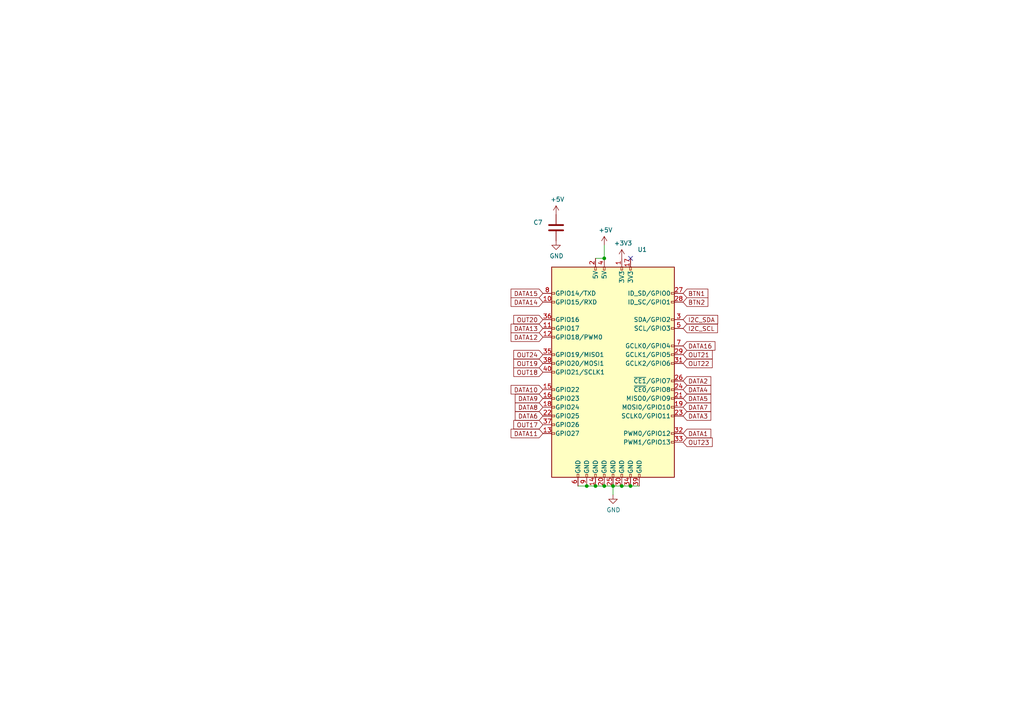
<source format=kicad_sch>
(kicad_sch (version 20211123) (generator eeschema)
  (paper "A4")
  (title_block (title "Pi_Zero_W_16") (date "2022-08-20") (rev "v1") (company "Scott Hanson"))
  (lib_symbols
    (symbol "Connector:Raspberry_Pi_2_3" (pin_names (offset 1.016))
      (property "Reference" "J" (at -17.78 31.75 0))
      (property "Value" "Raspberry_Pi_2_3" (at 10.16 -31.75 0))
      (symbol "Raspberry_Pi_2_3_0_1"
        (rectangle (start -17.78 30.48) (end 17.78 -30.48) (stroke (width 0.254)) (fill (type background)))
      )
      (symbol "Raspberry_Pi_2_3_1_1"
        (rectangle (start -16.891 -17.526) (end -17.78 -18.034))
        (rectangle (start -16.891 -14.986) (end -17.78 -15.494))
        (rectangle (start -16.891 -12.446) (end -17.78 -12.954))
        (rectangle (start -16.891 -9.906) (end -17.78 -10.414))
        (rectangle (start -16.891 -7.366) (end -17.78 -7.874))
        (rectangle (start -16.891 -4.826) (end -17.78 -5.334))
        (rectangle (start -16.891 0.254) (end -17.78 -0.254))
        (rectangle (start -16.891 2.794) (end -17.78 2.286))
        (rectangle (start -16.891 5.334) (end -17.78 4.826))
        (rectangle (start -16.891 10.414) (end -17.78 9.906))
        (rectangle (start -16.891 12.954) (end -17.78 12.446))
        (rectangle (start -16.891 15.494) (end -17.78 14.986))
        (rectangle (start -16.891 20.574) (end -17.78 20.066))
        (rectangle (start -16.891 23.114) (end -17.78 22.606))
        (rectangle (start -10.414 -29.591) (end -9.906 -30.48))
        (rectangle (start -7.874 -29.591) (end -7.366 -30.48))
        (rectangle (start -5.334 -29.591) (end -4.826 -30.48))
        (rectangle (start -5.334 30.48) (end -4.826 29.591))
        (rectangle (start -2.794 -29.591) (end -2.286 -30.48))
        (rectangle (start -2.794 30.48) (end -2.286 29.591))
        (rectangle (start -0.254 -29.591) (end 0.254 -30.48))
        (rectangle (start 2.286 -29.591) (end 2.794 -30.48))
        (rectangle (start 2.286 30.48) (end 2.794 29.591))
        (rectangle (start 4.826 -29.591) (end 5.334 -30.48))
        (rectangle (start 4.826 30.48) (end 5.334 29.591))
        (rectangle (start 7.366 -29.591) (end 7.874 -30.48))
        (rectangle (start 17.78 -20.066) (end 16.891 -20.574))
        (rectangle (start 17.78 -17.526) (end 16.891 -18.034))
        (rectangle (start 17.78 -12.446) (end 16.891 -12.954))
        (rectangle (start 17.78 -9.906) (end 16.891 -10.414))
        (rectangle (start 17.78 -7.366) (end 16.891 -7.874))
        (rectangle (start 17.78 -4.826) (end 16.891 -5.334))
        (rectangle (start 17.78 -2.286) (end 16.891 -2.794))
        (rectangle (start 17.78 2.794) (end 16.891 2.286))
        (rectangle (start 17.78 5.334) (end 16.891 4.826))
        (rectangle (start 17.78 7.874) (end 16.891 7.366))
        (rectangle (start 17.78 12.954) (end 16.891 12.446))
        (rectangle (start 17.78 15.494) (end 16.891 14.986))
        (rectangle (start 17.78 20.574) (end 16.891 20.066))
        (rectangle (start 17.78 23.114) (end 16.891 22.606))
        (pin power_in line (at 2.54 33.02 270) (length 2.54) (name "3V3") (number "1"))
        (pin bidirectional line (at -20.32 20.32 0) (length 2.54) (name "GPIO15/RXD") (number "10"))
        (pin bidirectional line (at -20.32 12.7 0) (length 2.54) (name "GPIO17") (number "11"))
        (pin bidirectional line (at -20.32 10.16 0) (length 2.54) (name "GPIO18/PWM0") (number "12"))
        (pin bidirectional line (at -20.32 -17.78 0) (length 2.54) (name "GPIO27") (number "13"))
        (pin power_in line (at -5.08 -33.02 90) (length 2.54) (name "GND") (number "14"))
        (pin bidirectional line (at -20.32 -5.08 0) (length 2.54) (name "GPIO22") (number "15"))
        (pin bidirectional line (at -20.32 -7.62 0) (length 2.54) (name "GPIO23") (number "16"))
        (pin power_in line (at 5.08 33.02 270) (length 2.54) (name "3V3") (number "17"))
        (pin bidirectional line (at -20.32 -10.16 0) (length 2.54) (name "GPIO24") (number "18"))
        (pin bidirectional line (at 20.32 -10.16 180) (length 2.54) (name "MOSI0/GPIO10") (number "19"))
        (pin power_in line (at -5.08 33.02 270) (length 2.54) (name "5V") (number "2"))
        (pin power_in line (at -2.54 -33.02 90) (length 2.54) (name "GND") (number "20"))
        (pin bidirectional line (at 20.32 -7.62 180) (length 2.54) (name "MISO0/GPIO9") (number "21"))
        (pin bidirectional line (at -20.32 -12.7 0) (length 2.54) (name "GPIO25") (number "22"))
        (pin bidirectional line (at 20.32 -12.7 180) (length 2.54) (name "SCLK0/GPIO11") (number "23"))
        (pin bidirectional line (at 20.32 -5.08 180) (length 2.54) (name "~{CE0}/GPIO8") (number "24"))
        (pin power_in line (at 0 -33.02 90) (length 2.54) (name "GND") (number "25"))
        (pin bidirectional line (at 20.32 -2.54 180) (length 2.54) (name "~{CE1}/GPIO7") (number "26"))
        (pin bidirectional line (at 20.32 22.86 180) (length 2.54) (name "ID_SD/GPIO0") (number "27"))
        (pin bidirectional line (at 20.32 20.32 180) (length 2.54) (name "ID_SC/GPIO1") (number "28"))
        (pin bidirectional line (at 20.32 5.08 180) (length 2.54) (name "GCLK1/GPIO5") (number "29"))
        (pin bidirectional line (at 20.32 15.24 180) (length 2.54) (name "SDA/GPIO2") (number "3"))
        (pin power_in line (at 2.54 -33.02 90) (length 2.54) (name "GND") (number "30"))
        (pin bidirectional line (at 20.32 2.54 180) (length 2.54) (name "GCLK2/GPIO6") (number "31"))
        (pin bidirectional line (at 20.32 -17.78 180) (length 2.54) (name "PWM0/GPIO12") (number "32"))
        (pin bidirectional line (at 20.32 -20.32 180) (length 2.54) (name "PWM1/GPIO13") (number "33"))
        (pin power_in line (at 5.08 -33.02 90) (length 2.54) (name "GND") (number "34"))
        (pin bidirectional line (at -20.32 5.08 0) (length 2.54) (name "GPIO19/MISO1") (number "35"))
        (pin bidirectional line (at -20.32 15.24 0) (length 2.54) (name "GPIO16") (number "36"))
        (pin bidirectional line (at -20.32 -15.24 0) (length 2.54) (name "GPIO26") (number "37"))
        (pin bidirectional line (at -20.32 2.54 0) (length 2.54) (name "GPIO20/MOSI1") (number "38"))
        (pin power_in line (at 7.62 -33.02 90) (length 2.54) (name "GND") (number "39"))
        (pin power_in line (at -2.54 33.02 270) (length 2.54) (name "5V") (number "4"))
        (pin bidirectional line (at -20.32 0 0) (length 2.54) (name "GPIO21/SCLK1") (number "40"))
        (pin bidirectional line (at 20.32 12.7 180) (length 2.54) (name "SCL/GPIO3") (number "5"))
        (pin power_in line (at -10.16 -33.02 90) (length 2.54) (name "GND") (number "6"))
        (pin bidirectional line (at 20.32 7.62 180) (length 2.54) (name "GCLK0/GPIO4") (number "7"))
        (pin bidirectional line (at -20.32 22.86 0) (length 2.54) (name "GPIO14/TXD") (number "8"))
        (pin power_in line (at -7.62 -33.02 90) (length 2.54) (name "GND") (number "9"))
      )
    )
    (symbol "Device:C" (pin_numbers hide) (pin_names (offset 0.254))
      (property "Reference" "C" (at 0.635 2.54 0))
      (property "Value" "C" (at 0.635 -2.54 0))
      (symbol "C_0_1"
        (polyline (pts (xy -2.032 -0.762) (xy 2.032 -0.762)) (stroke (width 0.508)))
        (polyline (pts (xy -2.032 0.762) (xy 2.032 0.762)) (stroke (width 0.508)))
      )
      (symbol "C_1_1"
        (pin passive line (at 0 3.81 270) (length 2.794) (name "~") (number "1"))
        (pin passive line (at 0 -3.81 90) (length 2.794) (name "~") (number "2"))
      )
    )
    (symbol "power:+3.3V" (power) (pin_names (offset 0))
      (property "Value" "+3.3V" (at 0 3.556 0))
      (symbol "+3.3V_0_1"
        (polyline (pts (xy -0.762 1.27) (xy 0 2.54)))
        (polyline (pts (xy 0 0) (xy 0 2.54)))
        (polyline (pts (xy 0 2.54) (xy 0.762 1.27)))
      )
      (symbol "+3.3V_1_1"
        (pin power_in line (at 0 0 90) (length 0) hide (name "+3V3") (number "1"))
      )
    )
    (symbol "power:+5V" (power) (pin_names (offset 0))
      (property "Value" "+5V" (at 0 3.556 0))
      (symbol "+5V_0_1"
        (polyline (pts (xy -0.762 1.27) (xy 0 2.54)))
        (polyline (pts (xy 0 0) (xy 0 2.54)))
        (polyline (pts (xy 0 2.54) (xy 0.762 1.27)))
      )
      (symbol "+5V_1_1"
        (pin power_in line (at 0 0 90) (length 0) hide (name "+5V") (number "1"))
      )
    )
    (symbol "power:GND" (power) (pin_names (offset 0))
      (property "Value" "GND" (at 0 -3.81 0))
      (symbol "GND_0_1"
        (polyline (pts (xy 0 0) (xy 0 -1.27) (xy 1.27 -1.27) (xy 0 -2.54) (xy -1.27 -1.27) (xy 0 -1.27)))
      )
      (symbol "GND_1_1"
        (pin power_in line (at 0 0 270) (length 0) hide (name "GND") (number "1"))
      )
    )
  )
  (junction (at 180.34 140.97))
  (junction (at 172.72 140.97))
  (junction (at 175.26 140.97))
  (junction (at 177.8 140.97))
  (junction (at 175.26 74.93))
  (junction (at 182.88 140.97))
  (junction (at 170.18 140.97))
  (no_connect (at 182.88 74.93))
  (wire (pts (xy 170.18 140.97) (xy 172.72 140.97)))
  (wire (pts (xy 172.72 140.97) (xy 175.26 140.97)))
  (wire (pts (xy 180.34 140.97) (xy 182.88 140.97)))
  (wire (pts (xy 177.8 140.97) (xy 180.34 140.97)))
  (wire (pts (xy 172.72 74.93) (xy 175.26 74.93)))
  (wire (pts (xy 175.26 71.12) (xy 175.26 74.93)))
  (wire (pts (xy 175.26 140.97) (xy 177.8 140.97)))
  (wire (pts (xy 177.8 140.97) (xy 177.8 143.51)))
  (wire (pts (xy 167.64 140.97) (xy 170.18 140.97)))
  (wire (pts (xy 182.88 140.97) (xy 185.42 140.97)))
  (global_label "DATA12" (shape input) (at 157.48 97.79 180) (property "Intersheet References" "${INTERSHEET_REFS}" (effects hide)))
  (global_label "OUT18" (shape input) (at 157.48 107.95 180) (property "Intersheet References" "${INTERSHEET_REFS}" (effects hide)))
  (global_label "OUT21" (shape input) (at 198.12 102.87 0) (property "Intersheet References" "${INTERSHEET_REFS}" (effects hide)))
  (global_label "OUT22" (shape input) (at 198.12 105.41 0) (property "Intersheet References" "${INTERSHEET_REFS}" (effects hide)))
  (global_label "DATA6" (shape input) (at 157.48 120.65 180) (property "Intersheet References" "${INTERSHEET_REFS}" (effects hide)))
  (global_label "DATA8" (shape input) (at 157.48 118.11 180) (property "Intersheet References" "${INTERSHEET_REFS}" (effects hide)))
  (global_label "DATA15" (shape input) (at 157.48 85.09 180) (property "Intersheet References" "${INTERSHEET_REFS}" (effects hide)))
  (global_label "DATA2" (shape input) (at 198.12 110.49 0) (property "Intersheet References" "${INTERSHEET_REFS}" (effects hide)))
  (global_label "I2C_SDA" (shape input) (at 198.12 92.71 0) (property "Intersheet References" "${INTERSHEET_REFS}" (effects hide)))
  (global_label "BTN1" (shape input) (at 198.12 85.09 0) (property "Intersheet References" "${INTERSHEET_REFS}" (effects hide)))
  (global_label "DATA13" (shape input) (at 157.48 95.25 180) (property "Intersheet References" "${INTERSHEET_REFS}" (effects hide)))
  (global_label "DATA4" (shape input) (at 198.12 113.03 0) (property "Intersheet References" "${INTERSHEET_REFS}" (effects hide)))
  (global_label "BTN2" (shape input) (at 198.12 87.63 0) (property "Intersheet References" "${INTERSHEET_REFS}" (effects hide)))
  (global_label "OUT23" (shape input) (at 198.12 128.27 0) (property "Intersheet References" "${INTERSHEET_REFS}" (effects hide)))
  (global_label "OUT17" (shape input) (at 157.48 123.19 180) (property "Intersheet References" "${INTERSHEET_REFS}" (effects hide)))
  (global_label "OUT19" (shape input) (at 157.48 105.41 180) (property "Intersheet References" "${INTERSHEET_REFS}" (effects hide)))
  (global_label "DATA5" (shape input) (at 198.12 115.57 0) (property "Intersheet References" "${INTERSHEET_REFS}" (effects hide)))
  (global_label "DATA14" (shape input) (at 157.48 87.63 180) (property "Intersheet References" "${INTERSHEET_REFS}" (effects hide)))
  (global_label "DATA11" (shape input) (at 157.48 125.73 180) (property "Intersheet References" "${INTERSHEET_REFS}" (effects hide)))
  (global_label "OUT20" (shape input) (at 157.48 92.71 180) (property "Intersheet References" "${INTERSHEET_REFS}" (effects hide)))
  (global_label "DATA16" (shape input) (at 198.12 100.33 0) (property "Intersheet References" "${INTERSHEET_REFS}" (effects hide)))
  (global_label "OUT24" (shape input) (at 157.48 102.87 180) (property "Intersheet References" "${INTERSHEET_REFS}" (effects hide)))
  (global_label "DATA9" (shape input) (at 157.48 115.57 180) (property "Intersheet References" "${INTERSHEET_REFS}" (effects hide)))
  (global_label "DATA10" (shape input) (at 157.48 113.03 180) (property "Intersheet References" "${INTERSHEET_REFS}" (effects hide)))
  (global_label "DATA3" (shape input) (at 198.12 120.65 0) (property "Intersheet References" "${INTERSHEET_REFS}" (effects hide)))
  (global_label "I2C_SCL" (shape input) (at 198.12 95.25 0) (property "Intersheet References" "${INTERSHEET_REFS}" (effects hide)))
  (global_label "DATA7" (shape input) (at 198.12 118.11 0) (property "Intersheet References" "${INTERSHEET_REFS}" (effects hide)))
  (global_label "DATA1" (shape input) (at 198.12 125.73 0) (property "Intersheet References" "${INTERSHEET_REFS}" (effects hide)))
  (symbol (lib_id "power:+5V") (at 161.29 62.23 0) (unit 1)
    (property "Reference" "#PWR0127" (effects hide))
  )
  (symbol (lib_id "power:GND") (at 177.8 143.51 0) (unit 1)
    (property "Reference" "#PWR0130" (effects hide))
  )
  (symbol (lib_id "Device:C") (at 161.29 66.04 0) (unit 1)
    (property "Reference" "C7" (at 154.686 64.516 0) (effects (justify left)))
  )
  (symbol (lib_id "power:GND") (at 161.29 69.85 0) (unit 1)
    (property "Reference" "#PWR0132" (effects hide))
  )
  (symbol (lib_id "power:+3.3V") (at 180.34 74.93 0) (unit 1)
    (property "Reference" "#PWR0133" (effects hide))
  )
  (symbol (lib_id "Connector:Raspberry_Pi_2_3") (at 177.8 107.95 0) (unit 1)
    (property "Reference" "U1" (at 184.8994 72.39 0) (effects (justify left)))
    (property "Datasheet" "https://www.raspberrypi.org/documentation/hardware/raspberrypi/schematics/rpi_SCH_3bplus_1p0_reduced.pdf" (effects hide))
  )
  (symbol (lib_id "power:+5V") (at 175.26 71.12 0) (unit 1)
    (property "Reference" "#PWR07" (effects hide))
  )
)
</source>
